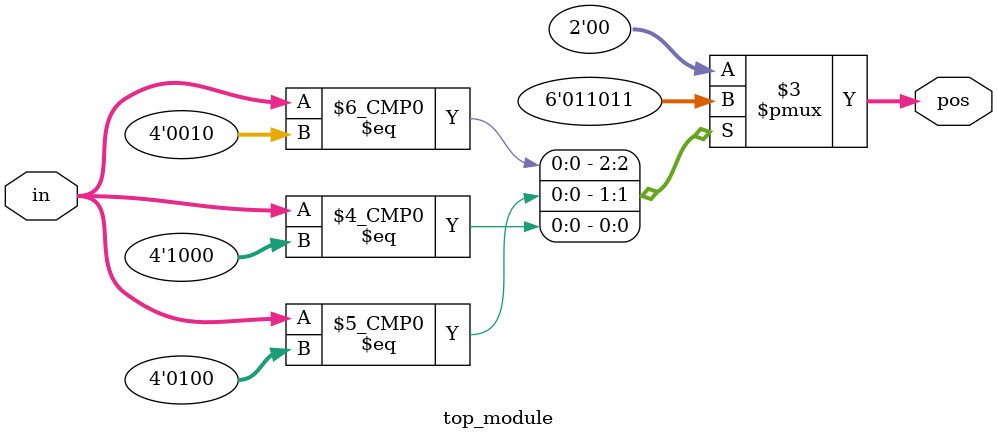
<source format=sv>
module top_module (
	input [3:0] in,
	output reg [1:0] pos
);

	always @(*)
	begin
		case(in)
			4'b0001: pos = 2'b00;
			4'b0010: pos = 2'b01;
			4'b0100: pos = 2'b10;
			4'b1000: pos = 2'b11;
			default: pos = 2'b00;
		endcase
	end

endmodule

</source>
